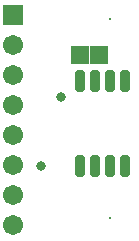
<source format=gts>
G04*
G04 #@! TF.GenerationSoftware,Altium Limited,Altium Designer,22.9.1 (49)*
G04*
G04 Layer_Color=8388736*
%FSLAX44Y44*%
%MOMM*%
G71*
G04*
G04 #@! TF.SameCoordinates,28A18DAE-CB9E-4B37-A36C-106CF66A5601*
G04*
G04*
G04 #@! TF.FilePolarity,Negative*
G04*
G01*
G75*
G04:AMPARAMS|DCode=15|XSize=1.8132mm|YSize=0.7832mm|CornerRadius=0.1741mm|HoleSize=0mm|Usage=FLASHONLY|Rotation=90.000|XOffset=0mm|YOffset=0mm|HoleType=Round|Shape=RoundedRectangle|*
%AMROUNDEDRECTD15*
21,1,1.8132,0.4350,0,0,90.0*
21,1,1.4650,0.7832,0,0,90.0*
1,1,0.3482,0.2175,0.7325*
1,1,0.3482,0.2175,-0.7325*
1,1,0.3482,-0.2175,-0.7325*
1,1,0.3482,-0.2175,0.7325*
%
%ADD15ROUNDEDRECTD15*%
%ADD16R,1.5032X1.6032*%
%ADD17C,0.2032*%
%ADD18C,1.7032*%
%ADD19R,1.7032X1.7032*%
%ADD20C,0.8032*%
D15*
X82931Y72980D02*
D03*
X95631D02*
D03*
X108331D02*
D03*
X121031D02*
D03*
Y145080D02*
D03*
X108331D02*
D03*
X95631D02*
D03*
X82931D02*
D03*
D16*
X99000Y167000D02*
D03*
X83000D02*
D03*
D17*
X109000Y198000D02*
D03*
Y29000D02*
D03*
D18*
X26900Y150090D02*
D03*
Y124690D02*
D03*
Y99290D02*
D03*
Y73890D02*
D03*
Y48490D02*
D03*
Y23090D02*
D03*
Y175490D02*
D03*
D19*
Y200890D02*
D03*
D20*
X67000Y132000D02*
D03*
X50000Y73000D02*
D03*
M02*

</source>
